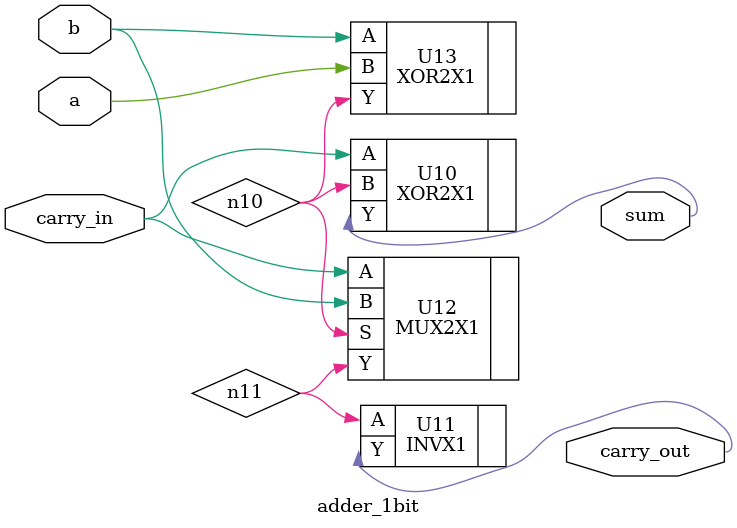
<source format=v>


module adder_1bit ( a, b, carry_in, sum, carry_out );
  input a, b, carry_in;
  output sum, carry_out;
  wire   n10, n11;

  XOR2X1 U10 ( .A(carry_in), .B(n10), .Y(sum) );
  INVX1 U11 ( .A(n11), .Y(carry_out) );
  MUX2X1 U12 ( .B(b), .A(carry_in), .S(n10), .Y(n11) );
  XOR2X1 U13 ( .A(b), .B(a), .Y(n10) );
endmodule


</source>
